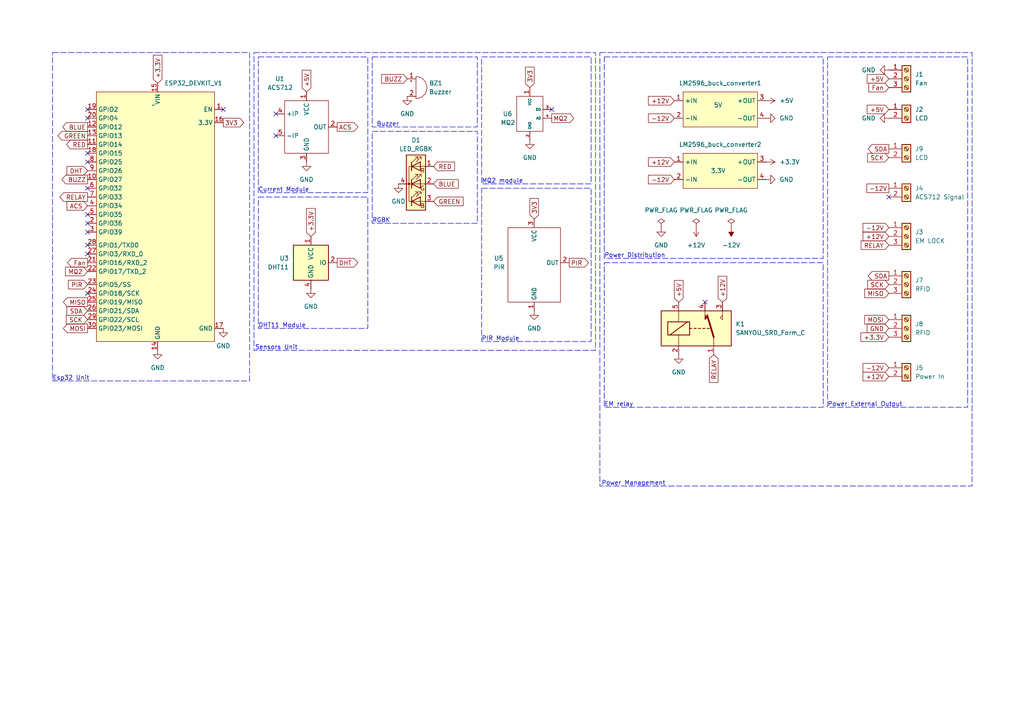
<source format=kicad_sch>
(kicad_sch (version 20230121) (generator eeschema)
  (paper "A4")
  (lib_symbols
    (symbol "Buck_coverter:DC-DC_LM2596_BUCK"
      (property "Reference" "LM2596_buck_converter" (at 6.35 7.62 0))
      (symbol "DC-DC_LM2596_BUCK_1_1"
        (rectangle (start -5.08 5.08) (end 16.51 -5.08) (fill (type background)))
        (pin power_in line (at -7.62 2.54 0) (length 2.54) (name "+IN") (number "1"))
        (pin power_in line (at -7.62 -2.54 0) (length 2.54) (name "-IN") (number "2"))
        (pin power_out line (at 19.05 2.54 180) (length 2.54) (name "+OUT") (number "3"))
        (pin passive line (at 19.05 -2.54 180) (length 2.54) (name "-OUT") (number "4"))
      )
    )
    (symbol "Connector:Screw_Terminal_01x02" (pin_names (offset 1.016) hide)
      (property "Reference" "J" (at 0 2.54 0))
      (property "Value" "Screw_Terminal_01x02" (at 0 -5.08 0))
      (symbol "Screw_Terminal_01x02_1_1"
        (rectangle (start -1.27 1.27) (end 1.27 -3.81) (stroke (width 0.254)) (fill (type background)))
        (circle (center 0 -2.54) (radius 0.635) (stroke (width 0.1524)))
        (polyline (pts (xy -0.5334 -2.2098) (xy 0.3302 -3.048)) (stroke (width 0.1524)))
        (polyline (pts (xy -0.5334 0.3302) (xy 0.3302 -0.508)) (stroke (width 0.1524)))
        (polyline (pts (xy -0.3556 -2.032) (xy 0.508 -2.8702)) (stroke (width 0.1524)))
        (polyline (pts (xy -0.3556 0.508) (xy 0.508 -0.3302)) (stroke (width 0.1524)))
        (circle (center 0 0) (radius 0.635) (stroke (width 0.1524)))
        (pin passive line (at -5.08 0 0) (length 3.81) (name "Pin_1") (number "1"))
        (pin passive line (at -5.08 -2.54 0) (length 3.81) (name "Pin_2") (number "2"))
      )
    )
    (symbol "Connector:Screw_Terminal_01x03" (pin_names (offset 1.016) hide)
      (property "Reference" "J" (at 0 5.08 0))
      (property "Value" "Screw_Terminal_01x03" (at 0 -5.08 0))
      (symbol "Screw_Terminal_01x03_1_1"
        (rectangle (start -1.27 3.81) (end 1.27 -3.81) (stroke (width 0.254)) (fill (type background)))
        (circle (center 0 -2.54) (radius 0.635) (stroke (width 0.1524)))
        (polyline (pts (xy -0.5334 -2.2098) (xy 0.3302 -3.048)) (stroke (width 0.1524)))
        (polyline (pts (xy -0.5334 0.3302) (xy 0.3302 -0.508)) (stroke (width 0.1524)))
        (polyline (pts (xy -0.5334 2.8702) (xy 0.3302 2.032)) (stroke (width 0.1524)))
        (polyline (pts (xy -0.3556 -2.032) (xy 0.508 -2.8702)) (stroke (width 0.1524)))
        (polyline (pts (xy -0.3556 0.508) (xy 0.508 -0.3302)) (stroke (width 0.1524)))
        (polyline (pts (xy -0.3556 3.048) (xy 0.508 2.2098)) (stroke (width 0.1524)))
        (circle (center 0 0) (radius 0.635) (stroke (width 0.1524)))
        (circle (center 0 2.54) (radius 0.635) (stroke (width 0.1524)))
        (pin passive line (at -5.08 2.54 0) (length 3.81) (name "Pin_1") (number "1"))
        (pin passive line (at -5.08 0 0) (length 3.81) (name "Pin_2") (number "2"))
        (pin passive line (at -5.08 -2.54 0) (length 3.81) (name "Pin_3") (number "3"))
      )
    )
    (symbol "Device:Buzzer" (pin_names (offset 0.0254) hide)
      (property "Reference" "BZ" (at 3.81 1.27 0))
      (property "Value" "Buzzer" (at 3.81 -1.27 0))
      (symbol "Buzzer_0_1"
        (arc (start 0 -3.175) (mid 3.1612 0) (end 0 3.175))
        (polyline (pts (xy -1.651 1.905) (xy -1.143 1.905)))
        (polyline (pts (xy -1.397 2.159) (xy -1.397 1.651)))
        (polyline (pts (xy 0 3.175) (xy 0 -3.175)))
      )
      (symbol "Buzzer_1_1"
        (pin passive line (at -2.54 2.54 0) (length 2.54) (name "-") (number "1"))
        (pin passive line (at -2.54 -2.54 0) (length 2.54) (name "+") (number "2"))
      )
    )
    (symbol "Device:LED_RGBK" (pin_names (offset 0) hide)
      (property "Reference" "D" (at 0 9.398 0))
      (property "Value" "LED_RGBK" (at 0 -8.89 0))
      (symbol "LED_RGBK_0_0"
        (text "B" (at 1.905 -6.35 0) (effects (font (size 1.27 1.27))))
        (text "G" (at 1.905 -1.27 0) (effects (font (size 1.27 1.27))))
        (text "R" (at 1.905 3.81 0) (effects (font (size 1.27 1.27))))
      )
      (symbol "LED_RGBK_0_1"
        (circle (center -2.032 0) (radius 0.254) (fill (type outline)))
        (polyline (pts (xy -1.27 -5.08) (xy 1.27 -5.08)))
        (polyline (pts (xy -1.27 -3.81) (xy -1.27 -6.35)) (stroke (width 0.254)))
        (polyline (pts (xy -1.27 0) (xy -2.54 0)))
        (polyline (pts (xy -1.27 1.27) (xy -1.27 -1.27)) (stroke (width 0.254)))
        (polyline (pts (xy -1.27 5.08) (xy 1.27 5.08)))
        (polyline (pts (xy -1.27 6.35) (xy -1.27 3.81)) (stroke (width 0.254)))
        (polyline (pts (xy 1.27 -5.08) (xy 2.54 -5.08)))
        (polyline (pts (xy 1.27 0) (xy -1.27 0)))
        (polyline (pts (xy 1.27 0) (xy 2.54 0)))
        (polyline (pts (xy 1.27 5.08) (xy 2.54 5.08)))
        (polyline (pts (xy -1.27 1.27) (xy -1.27 -1.27) (xy -1.27 -1.27)))
        (polyline (pts (xy -1.27 6.35) (xy -1.27 3.81) (xy -1.27 3.81)))
        (polyline (pts (xy -1.27 5.08) (xy -2.032 5.08) (xy -2.032 -5.08) (xy -1.016 -5.08)))
        (polyline (pts (xy 1.27 -3.81) (xy 1.27 -6.35) (xy -1.27 -5.08) (xy 1.27 -3.81)) (stroke (width 0.254)))
        (polyline (pts (xy 1.27 1.27) (xy 1.27 -1.27) (xy -1.27 0) (xy 1.27 1.27)) (stroke (width 0.254)))
        (polyline (pts (xy 1.27 6.35) (xy 1.27 3.81) (xy -1.27 5.08) (xy 1.27 6.35)) (stroke (width 0.254)))
        (polyline (pts (xy -1.016 -3.81) (xy 0.508 -2.286) (xy -0.254 -2.286) (xy 0.508 -2.286) (xy 0.508 -3.048)))
        (polyline (pts (xy -1.016 1.27) (xy 0.508 2.794) (xy -0.254 2.794) (xy 0.508 2.794) (xy 0.508 2.032)))
        (polyline (pts (xy -1.016 6.35) (xy 0.508 7.874) (xy -0.254 7.874) (xy 0.508 7.874) (xy 0.508 7.112)))
        (polyline (pts (xy 0 -3.81) (xy 1.524 -2.286) (xy 0.762 -2.286) (xy 1.524 -2.286) (xy 1.524 -3.048)))
        (polyline (pts (xy 0 1.27) (xy 1.524 2.794) (xy 0.762 2.794) (xy 1.524 2.794) (xy 1.524 2.032)))
        (polyline (pts (xy 0 6.35) (xy 1.524 7.874) (xy 0.762 7.874) (xy 1.524 7.874) (xy 1.524 7.112)))
        (rectangle (start 1.27 -1.27) (end 1.27 1.27))
        (rectangle (start 1.27 1.27) (end 1.27 1.27))
        (rectangle (start 1.27 3.81) (end 1.27 6.35))
        (rectangle (start 1.27 6.35) (end 1.27 6.35))
        (rectangle (start 2.794 8.382) (end -2.794 -7.62) (stroke (width 0.254)) (fill (type background)))
      )
      (symbol "LED_RGBK_1_1"
        (pin passive line (at 5.08 5.08 180) (length 2.54) (name "RA") (number "1"))
        (pin passive line (at 5.08 0 180) (length 2.54) (name "GA") (number "2"))
        (pin passive line (at 5.08 -5.08 180) (length 2.54) (name "BA") (number "3"))
        (pin passive line (at -5.08 0 0) (length 2.54) (name "K") (number "4"))
      )
    )
    (symbol "MCU_DOIT_ESP32:ESP32_DEVKIT_V1"
      (property "Reference" "ESP32_DEVKIT_V1" (at -15.24 6.35 0))
      (symbol "ESP32_DEVKIT_V1_1_1"
        (rectangle (start -17.78 3.81) (end 16.51 -68.58) (fill (type background)))
        (pin power_in line (at 19.05 -1.27 180) (length 2.54) (name "EN") (number "1"))
        (pin bidirectional line (at -20.32 -21.59 0) (length 2.54) (name "GPIO27") (number "10"))
        (pin bidirectional line (at -20.32 -11.43 0) (length 2.54) (name "GPIO14") (number "11"))
        (pin bidirectional line (at -20.32 -6.35 0) (length 2.54) (name "GPIO12") (number "12"))
        (pin bidirectional line (at -20.32 -8.89 0) (length 2.54) (name "GPIO13") (number "13"))
        (pin power_in line (at 0 -71.12 90) (length 2.54) (name "GND") (number "14"))
        (pin power_in line (at 0 6.35 270) (length 2.54) (name "VIN") (number "15"))
        (pin power_out line (at 19.05 -5.08 180) (length 2.54) (name "3.3V") (number "16"))
        (pin power_in line (at 19.05 -64.77 180) (length 2.54) (name "GND") (number "17"))
        (pin bidirectional line (at -20.32 -13.97 0) (length 2.54) (name "GPIO15") (number "18"))
        (pin bidirectional line (at -20.32 -1.27 0) (length 2.54) (name "GPIO2") (number "19"))
        (pin bidirectional line (at -20.32 -34.29 0) (length 2.54) (name "GPIO36") (number "2"))
        (pin bidirectional line (at -20.32 -3.81 0) (length 2.54) (name "GPIO4") (number "20"))
        (pin bidirectional line (at -20.32 -45.72 0) (length 2.54) (name "GPIO16/RXD_2") (number "21"))
        (pin bidirectional line (at -20.32 -48.26 0) (length 2.54) (name "GPIO17/TXD_2") (number "22"))
        (pin bidirectional line (at -20.32 -52.07 0) (length 2.54) (name "GPIO5/SS") (number "23"))
        (pin bidirectional line (at -20.32 -54.61 0) (length 2.54) (name "GPIO18/SCK") (number "24"))
        (pin bidirectional line (at -20.32 -57.15 0) (length 2.54) (name "GPIO19/MISO") (number "25"))
        (pin bidirectional line (at -20.32 -59.69 0) (length 2.54) (name "GPIO21/SDA") (number "26"))
        (pin bidirectional line (at -20.32 -43.18 0) (length 2.54) (name "GPIO3/RXD_0") (number "27"))
        (pin bidirectional line (at -20.32 -40.64 0) (length 2.54) (name "GPIO1/TXD0") (number "28"))
        (pin bidirectional line (at -20.32 -62.23 0) (length 2.54) (name "GPIO22/SCL") (number "29"))
        (pin bidirectional line (at -20.32 -36.83 0) (length 2.54) (name "GPIO39") (number "3"))
        (pin bidirectional line (at -20.32 -64.77 0) (length 2.54) (name "GPIO23/MOSI") (number "30"))
        (pin bidirectional line (at -20.32 -29.21 0) (length 2.54) (name "GPIO34") (number "4"))
        (pin bidirectional line (at -20.32 -31.75 0) (length 2.54) (name "GPIO35") (number "5"))
        (pin bidirectional line (at -20.32 -24.13 0) (length 2.54) (name "GPIO32") (number "6"))
        (pin bidirectional line (at -20.32 -26.67 0) (length 2.54) (name "GPIO33") (number "7"))
        (pin bidirectional line (at -20.32 -16.51 0) (length 2.54) (name "GPIO25") (number "8"))
        (pin bidirectional line (at -20.32 -19.05 0) (length 2.54) (name "GPIO26") (number "9"))
      )
    )
    (symbol "Relay:SANYOU_SRD_Form_C"
      (property "Reference" "K" (at 11.43 3.81 0))
      (property "Value" "SANYOU_SRD_Form_C" (at 11.43 1.27 0))
      (symbol "SANYOU_SRD_Form_C_0_0"
        (polyline (pts (xy 7.62 5.08) (xy 7.62 2.54) (xy 6.985 3.175) (xy 7.62 3.81)))
      )
      (symbol "SANYOU_SRD_Form_C_0_1"
        (rectangle (start -10.16 5.08) (end 10.16 -5.08) (stroke (width 0.254)) (fill (type background)))
        (rectangle (start -8.255 1.905) (end -1.905 -1.905) (stroke (width 0.254)))
        (polyline (pts (xy -7.62 -1.905) (xy -2.54 1.905)) (stroke (width 0.254)))
        (polyline (pts (xy -5.08 -5.08) (xy -5.08 -1.905)))
        (polyline (pts (xy -5.08 5.08) (xy -5.08 1.905)))
        (polyline (pts (xy -1.905 0) (xy -1.27 0)) (stroke (width 0.254)))
        (polyline (pts (xy -0.635 0) (xy 0 0)) (stroke (width 0.254)))
        (polyline (pts (xy 0.635 0) (xy 1.27 0)) (stroke (width 0.254)))
        (polyline (pts (xy 1.905 0) (xy 2.54 0)) (stroke (width 0.254)))
        (polyline (pts (xy 3.175 0) (xy 3.81 0)) (stroke (width 0.254)))
        (polyline (pts (xy 5.08 -2.54) (xy 3.175 3.81)) (stroke (width 0.508)))
        (polyline (pts (xy 5.08 -2.54) (xy 5.08 -5.08)))
      )
      (symbol "SANYOU_SRD_Form_C_1_1"
        (polyline (pts (xy 2.54 3.81) (xy 3.175 3.175) (xy 2.54 2.54) (xy 2.54 5.08)) (fill (type outline)))
        (pin passive line (at 5.08 -7.62 90) (length 2.54) (name "~") (number "1"))
        (pin passive line (at -5.08 -7.62 90) (length 2.54) (name "~") (number "2"))
        (pin passive line (at 7.62 7.62 270) (length 2.54) (name "~") (number "3"))
        (pin passive line (at 2.54 7.62 270) (length 2.54) (name "~") (number "4"))
        (pin passive line (at -5.08 7.62 270) (length 2.54) (name "~") (number "5"))
      )
    )
    (symbol "Sensor:DHT11"
      (property "Reference" "U" (at -3.81 6.35 0))
      (property "Value" "DHT11" (at 3.81 6.35 0))
      (symbol "DHT11_0_1"
        (rectangle (start -5.08 5.08) (end 5.08 -5.08) (stroke (width 0.254)) (fill (type background)))
      )
      (symbol "DHT11_1_1"
        (pin power_in line (at 0 7.62 270) (length 2.54) (name "VCC") (number "1"))
        (pin bidirectional line (at 7.62 0 180) (length 2.54) (name "IO") (number "2"))
        (pin no_connect line (at -5.08 0 0) (length 2.54) hide (name "NC") (number "3"))
        (pin power_in line (at 0 -7.62 90) (length 2.54) (name "GND") (number "4"))
      )
    )
    (symbol "Sensor_Current_module:ACS712_5B"
      (property "Reference" "U" (at 0 5.08 0))
      (symbol "ACS712_5B_0_1"
        (rectangle (start 0 0) (end 12.7 -15.24))
      )
      (symbol "ACS712_5B_1_1"
        (pin power_in line (at 6.35 2.54 270) (length 2.54) (name "VCC") (number "1"))
        (pin output line (at 15.24 -7.62 180) (length 2.54) (name "OUT") (number "2"))
        (pin power_in line (at 6.35 -17.78 90) (length 2.54) (name "GND") (number "3"))
        (pin power_out line (at -2.54 -3.81 0) (length 2.54) (name "+IP") (number "4"))
        (pin power_out line (at -2.54 -10.16 0) (length 2.54) (name "-IP") (number "5"))
      )
    )
    (symbol "Sensors_Gas:MQ2"
      (property "Reference" "MQ2" (at -3.81 5.08 0))
      (symbol "MQ2_0_1"
        (rectangle (start -2.54 2.54) (end 5.08 -7.62))
      )
      (symbol "MQ2_1_1"
        (pin power_in line (at 1.27 5.08 270) (length 2.54) (name "VCC") (number "1"))
        (pin power_in line (at 1.27 -10.16 90) (length 2.54) (name "GND") (number "2"))
        (pin output line (at 7.62 -1.27 180) (length 2.54) (name "DO") (number "3"))
        (pin output line (at 7.62 -3.81 180) (length 2.54) (name "AO") (number "4"))
      )
    )
    (symbol "Sensors_Motion_PIR:HC_SR501_PIR"
      (property "Reference" "U" (at -5.08 5.08 0))
      (symbol "HC_SR501_PIR_0_1"
        (rectangle (start -3.81 0) (end 11.43 -21.59))
      )
      (symbol "HC_SR501_PIR_1_1"
        (pin power_in line (at 3.81 -24.13 90) (length 2.54) (name "GND") (number "1"))
        (pin output line (at 13.97 -10.16 180) (length 2.54) (name "OUT") (number "2"))
        (pin power_in line (at 3.81 2.54 270) (length 2.54) (name "VCC") (number "3"))
      )
    )
    (symbol "power:+12V" (power) (pin_names (offset 0))
      (property "Value" "+12V" (at 0 3.556 0))
      (symbol "+12V_0_1"
        (polyline (pts (xy -0.762 1.27) (xy 0 2.54)))
        (polyline (pts (xy 0 0) (xy 0 2.54)))
        (polyline (pts (xy 0 2.54) (xy 0.762 1.27)))
      )
      (symbol "+12V_1_1"
        (pin power_in line (at 0 0 90) (length 0) hide (name "+12V") (number "1"))
      )
    )
    (symbol "power:+3.3V" (power) (pin_names (offset 0))
      (property "Value" "+3.3V" (at 0 3.556 0))
      (symbol "+3.3V_0_1"
        (polyline (pts (xy -0.762 1.27) (xy 0 2.54)))
        (polyline (pts (xy 0 0) (xy 0 2.54)))
        (polyline (pts (xy 0 2.54) (xy 0.762 1.27)))
      )
      (symbol "+3.3V_1_1"
        (pin power_in line (at 0 0 90) (length 0) hide (name "+3.3V") (number "1"))
      )
    )
    (symbol "power:+5V" (power) (pin_names (offset 0))
      (property "Value" "+5V" (at 0 3.556 0))
      (symbol "+5V_0_1"
        (polyline (pts (xy -0.762 1.27) (xy 0 2.54)))
        (polyline (pts (xy 0 0) (xy 0 2.54)))
        (polyline (pts (xy 0 2.54) (xy 0.762 1.27)))
      )
      (symbol "+5V_1_1"
        (pin power_in line (at 0 0 90) (length 0) hide (name "+5V") (number "1"))
      )
    )
    (symbol "power:-12V" (power) (pin_names (offset 0))
      (property "Value" "-12V" (at 0 3.81 0))
      (symbol "-12V_0_0"
        (pin power_in line (at 0 0 90) (length 0) hide (name "-12V") (number "1"))
      )
      (symbol "-12V_0_1"
        (polyline (pts (xy 0 0) (xy 0 1.27) (xy 0.762 1.27) (xy 0 2.54) (xy -0.762 1.27) (xy 0 1.27)) (fill (type outline)))
      )
    )
    (symbol "power:GND" (power) (pin_names (offset 0))
      (property "Value" "GND" (at 0 -3.81 0))
      (symbol "GND_0_1"
        (polyline (pts (xy 0 0) (xy 0 -1.27) (xy 1.27 -1.27) (xy 0 -2.54) (xy -1.27 -1.27) (xy 0 -1.27)))
      )
      (symbol "GND_1_1"
        (pin power_in line (at 0 0 270) (length 0) hide (name "GND") (number "1"))
      )
    )
    (symbol "power:PWR_FLAG" (power) (pin_numbers hide) (pin_names (offset 0) hide)
      (property "Value" "PWR_FLAG" (at 0 3.81 0))
      (symbol "PWR_FLAG_0_0"
        (pin power_out line (at 0 0 90) (length 0) (name "pwr") (number "1"))
      )
      (symbol "PWR_FLAG_0_1"
        (polyline (pts (xy 0 0) (xy 0 1.27) (xy -1.016 1.905) (xy 0 2.54) (xy 1.016 1.905) (xy 0 1.27)))
      )
    )
  )
  (no_connect (at 25.4 34.29))
  (no_connect (at 25.4 54.61))
  (no_connect (at 25.4 85.09))
  (no_connect (at 80.01 33.02))
  (no_connect (at 64.77 31.75))
  (no_connect (at 160.02 31.75))
  (no_connect (at 80.01 39.37))
  (no_connect (at 25.4 31.75))
  (no_connect (at 25.4 62.23))
  (no_connect (at 25.4 67.31))
  (no_connect (at 25.4 46.99))
  (no_connect (at 25.4 64.77))
  (no_connect (at 25.4 73.66))
  (no_connect (at 204.47 87.63))
  (no_connect (at 257.81 57.15))
  (no_connect (at 25.4 71.12))
  (no_connect (at 25.4 44.45))
  (rectangle (start 73.66 15.24) (end 172.72 101.6) (stroke (width 0) (type dash)))
  (rectangle (start 240.03 16.51) (end 280.67 118.11) (stroke (width 0) (type dash)))
  (rectangle (start 74.93 16.51) (end 106.68 55.88) (stroke (width 0) (type dash)))
  (rectangle (start 139.7 16.51) (end 171.45 53.34) (stroke (width 0) (type dash)))
  (rectangle (start 175.26 76.2) (end 238.76 118.11) (stroke (width 0) (type dash)))
  (rectangle (start 107.95 38.1) (end 138.43 64.77) (stroke (width 0) (type dash)))
  (rectangle (start 15.24 15.24) (end 72.39 110.49) (stroke (width 0) (type dash)))
  (rectangle (start 139.7 54.61) (end 171.45 99.06) (stroke (width 0) (type dash)))
  (rectangle (start 74.93 57.15) (end 106.68 95.25) (stroke (width 0) (type dash)))
  (rectangle (start 173.99 15.24) (end 281.94 140.97) (stroke (width 0) (type dash)))
  (rectangle (start 175.26 16.51) (end 238.76 74.93) (stroke (width 0) (type dash)))
  (rectangle (start 107.95 16.51) (end 138.43 36.83) (stroke (width 0) (type dash)))
  (text "PIR Module" (at 139.7 99.06 0) (effects (font (size 1.27 1.27)) (justify left bottom)))
  (text "DHT11 Module" (at 74.93 95.25 0) (effects (font (size 1.27 1.27)) (justify left bottom)))
  (text "Sensors Unit" (at 86.36 101.6 0) (effects (font (size 1.27 1.27)) (justify right bottom)))
  (text "MQ2 module" (at 139.7 53.34 0) (effects (font (size 1.27 1.27)) (justify left bottom)))
  (text "Current Module" (at 74.93 55.88 0) (effects (font (size 1.27 1.27)) (justify left bottom)))
  (text "Esp32 Unit" (at 15.24 110.49 0) (effects (font (size 1.27 1.27)) (justify left bottom)))
  (text "Power External Output" (at 240.03 118.11 0) (effects (font (size 1.27 1.27)) (justify left bottom)))
  (text "RGBK" (at 107.95 64.77 0) (effects (font (size 1.27 1.27)) (justify left bottom)))
  (text "Power Distribution\n" (at 175.26 74.93 0) (effects (font (size 1.27 1.27)) (justify left bottom)))
  (text "Buzzer" (at 109.22 36.83 0) (effects (font (size 1.27 1.27)) (justify left bottom)))
  (text "Power Management" (at 193.04 140.97 0) (effects (font (size 1.27 1.27)) (justify right bottom)))
  (text "EM relay" (at 175.26 118.11 0) (effects (font (size 1.27 1.27)) (justify left bottom)))
  (global_label "RELAY" (shape input) (at 207.01 102.87 270) (property "Intersheetrefs" "${INTERSHEET_REFS}" (effects hide)))
  (global_label "3V3" (shape input) (at 154.94 63.5 90) (property "Intersheetrefs" "${INTERSHEET_REFS}" (effects hide)))
  (global_label "RELAY" (shape output) (at 25.4 57.15 180) (property "Intersheetrefs" "${INTERSHEET_REFS}" (effects hide)))
  (global_label "3V3" (shape output) (at 64.77 35.56 0) (property "Intersheetrefs" "${INTERSHEET_REFS}" (effects hide)))
  (global_label "+5V" (shape input) (at 196.85 87.63 90) (property "Intersheetrefs" "${INTERSHEET_REFS}" (effects hide)))
  (global_label "+3.3V" (shape input) (at 45.72 24.13 90) (property "Intersheetrefs" "${INTERSHEET_REFS}" (effects hide)))
  (global_label "+5V" (shape input) (at 257.81 22.86 180) (property "Intersheetrefs" "${INTERSHEET_REFS}" (effects hide)))
  (global_label "SDA" (shape output) (at 257.81 80.01 180) (property "Intersheetrefs" "${INTERSHEET_REFS}" (effects hide)))
  (global_label "RED" (shape input) (at 125.73 48.26 0) (property "Intersheetrefs" "${INTERSHEET_REFS}" (effects hide)))
  (global_label "+12V" (shape input) (at 195.58 46.99 180) (property "Intersheetrefs" "${INTERSHEET_REFS}" (effects hide)))
  (global_label "MISO" (shape output) (at 25.4 87.63 180) (property "Intersheetrefs" "${INTERSHEET_REFS}" (effects hide)))
  (global_label "PIR" (shape output) (at 165.1 76.2 0) (property "Intersheetrefs" "${INTERSHEET_REFS}" (effects hide)))
  (global_label "Fan" (shape output) (at 25.4 76.2 180) (property "Intersheetrefs" "${INTERSHEET_REFS}" (effects hide)))
  (global_label "GND" (shape input) (at 257.81 95.25 180) (property "Intersheetrefs" "${INTERSHEET_REFS}" (effects hide)))
  (global_label "BLUE" (shape output) (at 25.4 36.83 180) (property "Intersheetrefs" "${INTERSHEET_REFS}" (effects hide)))
  (global_label "DHT" (shape input) (at 25.4 49.53 180) (property "Intersheetrefs" "${INTERSHEET_REFS}" (effects hide)))
  (global_label "MQ2" (shape output) (at 160.02 34.29 0) (property "Intersheetrefs" "${INTERSHEET_REFS}" (effects hide)))
  (global_label "Fan" (shape input) (at 257.81 25.4 180) (property "Intersheetrefs" "${INTERSHEET_REFS}" (effects hide)))
  (global_label "SDA" (shape input) (at 25.4 90.17 180) (property "Intersheetrefs" "${INTERSHEET_REFS}" (effects hide)))
  (global_label "+5V" (shape input) (at 88.9 26.67 90) (property "Intersheetrefs" "${INTERSHEET_REFS}" (effects hide)))
  (global_label "DHT" (shape output) (at 97.79 76.2 0) (property "Intersheetrefs" "${INTERSHEET_REFS}" (effects hide)))
  (global_label "+3.3V" (shape input) (at 90.17 68.58 90) (property "Intersheetrefs" "${INTERSHEET_REFS}" (effects hide)))
  (global_label "SCK" (shape input) (at 257.81 45.72 180) (property "Intersheetrefs" "${INTERSHEET_REFS}" (effects hide)))
  (global_label "RED" (shape output) (at 25.4 41.91 180) (property "Intersheetrefs" "${INTERSHEET_REFS}" (effects hide)))
  (global_label "GREEN" (shape input) (at 125.73 58.42 0) (property "Intersheetrefs" "${INTERSHEET_REFS}" (effects hide)))
  (global_label "-12V" (shape input) (at 195.58 52.07 180) (property "Intersheetrefs" "${INTERSHEET_REFS}" (effects hide)))
  (global_label "-12V" (shape passive) (at 257.81 54.61 180) (property "Intersheetrefs" "${INTERSHEET_REFS}" (effects hide)))
  (global_label "MOSI" (shape input) (at 257.81 92.71 180) (property "Intersheetrefs" "${INTERSHEET_REFS}" (effects hide)))
  (global_label "-12V" (shape input) (at 257.81 106.68 180) (property "Intersheetrefs" "${INTERSHEET_REFS}" (effects hide)))
  (global_label "ACS" (shape output) (at 97.79 36.83 0) (property "Intersheetrefs" "${INTERSHEET_REFS}" (effects hide)))
  (global_label "+12V" (shape input) (at 257.81 68.58 180) (property "Intersheetrefs" "${INTERSHEET_REFS}" (effects hide)))
  (global_label "MISO" (shape input) (at 257.81 85.09 180) (property "Intersheetrefs" "${INTERSHEET_REFS}" (effects hide)))
  (global_label "GREEN" (shape output) (at 25.4 39.37 180) (property "Intersheetrefs" "${INTERSHEET_REFS}" (effects hide)))
  (global_label "BUZZ" (shape input) (at 118.11 22.86 180) (property "Intersheetrefs" "${INTERSHEET_REFS}" (effects hide)))
  (global_label "-12V" (shape input) (at 195.58 34.29 180) (property "Intersheetrefs" "${INTERSHEET_REFS}" (effects hide)))
  (global_label "BLUE" (shape input) (at 125.73 53.34 0) (property "Intersheetrefs" "${INTERSHEET_REFS}" (effects hide)))
  (global_label "MOSI" (shape output) (at 25.4 95.25 180) (property "Intersheetrefs" "${INTERSHEET_REFS}" (effects hide)))
  (global_label "SCK" (shape input) (at 25.4 92.71 180) (property "Intersheetrefs" "${INTERSHEET_REFS}" (effects hide)))
  (global_label "SDA" (shape output) (at 257.81 43.18 180) (property "Intersheetrefs" "${INTERSHEET_REFS}" (effects hide)))
  (global_label "+12V" (shape input) (at 209.55 87.63 90) (property "Intersheetrefs" "${INTERSHEET_REFS}" (effects hide)))
  (global_label "ACS" (shape input) (at 25.4 59.69 180) (property "Intersheetrefs" "${INTERSHEET_REFS}" (effects hide)))
  (global_label "RELAY" (shape input) (at 257.81 71.12 180) (property "Intersheetrefs" "${INTERSHEET_REFS}" (effects hide)))
  (global_label "+12V" (shape input) (at 195.58 29.21 180) (property "Intersheetrefs" "${INTERSHEET_REFS}" (effects hide)))
  (global_label "+3.3V" (shape input) (at 257.81 97.79 180) (property "Intersheetrefs" "${INTERSHEET_REFS}" (effects hide)))
  (global_label "PIR" (shape input) (at 25.4 82.55 180) (property "Intersheetrefs" "${INTERSHEET_REFS}" (effects hide)))
  (global_label "3V3" (shape input) (at 153.67 25.4 90) (property "Intersheetrefs" "${INTERSHEET_REFS}" (effects hide)))
  (global_label "BUZZ" (shape output) (at 25.4 52.07 180) (property "Intersheetrefs" "${INTERSHEET_REFS}" (effects hide)))
  (global_label "MQ2" (shape input) (at 25.4 78.74 180) (property "Intersheetrefs" "${INTERSHEET_REFS}" (effects hide)))
  (global_label "SCK" (shape input) (at 257.81 82.55 180) (property "Intersheetrefs" "${INTERSHEET_REFS}" (effects hide)))
  (global_label "-12V" (shape input) (at 257.81 66.04 180) (property "Intersheetrefs" "${INTERSHEET_REFS}" (effects hide)))
  (global_label "+12V" (shape input) (at 257.81 109.22 180) (property "Intersheetrefs" "${INTERSHEET_REFS}" (effects hide)))
  (global_label "+5V" (shape input) (at 257.81 31.75 180) (property "Intersheetrefs" "${INTERSHEET_REFS}" (effects hide)))
  (symbol (lib_id "power:GND") (at 115.57 53.34 0) (unit 1)
    (property "Reference" "#PWR010" (effects hide))
    (property "Value" "GND" (at 115.57 58.42 0))
  )
  (symbol (lib_id "power:+3.3V") (at 222.25 46.99 270) (unit 1)
    (property "Reference" "#PWR06" (effects hide))
    (property "Value" "+3.3V" (at 226.06 46.99 90) (effects (justify left)))
  )
  (symbol (lib_id "power:+5V") (at 222.25 29.21 270) (unit 1)
    (property "Reference" "#PWR05" (effects hide))
    (property "Value" "+5V" (at 226.06 29.21 90) (effects (justify left)))
  )
  (symbol (lib_id "power:PWR_FLAG") (at 201.93 66.04 0) (unit 1)
    (property "Reference" "#FLG04" (effects hide))
    (property "Value" "PWR_FLAG" (at 201.93 60.96 0))
  )
  (symbol (lib_id "power:-12V") (at 212.09 66.04 180) (unit 1)
    (property "Reference" "#PWR01" (effects hide))
    (property "Value" "-12V" (at 212.09 71.12 0))
  )
  (symbol (lib_id "Connector:Screw_Terminal_01x03") (at 262.89 22.86 0) (unit 1)
    (property "Reference" "J1" (at 265.43 21.59 0) (effects (justify left)))
    (property "Value" "Fan" (at 265.43 24.13 0) (effects (justify left)))
    (property "Footprint" "TerminalBlock:TerminalBlock_Altech_AK300-3_P5.00mm" (effects hide))
  )
  (symbol (lib_id "power:GND") (at 257.81 20.32 270) (unit 1)
    (property "Reference" "#PWR02" (effects hide))
    (property "Value" "GND" (at 254 20.32 90) (effects (justify right)))
  )
  (symbol (lib_id "power:GND") (at 154.94 90.17 0) (unit 1)
    (property "Reference" "#PWR09" (effects hide))
    (property "Value" "GND" (at 154.94 95.25 0))
  )
  (symbol (lib_id "Connector:Screw_Terminal_01x02") (at 262.89 54.61 0) (unit 1)
    (property "Reference" "J4" (at 265.43 54.61 0) (effects (justify left)))
    (property "Value" "ACS712 Signal" (at 265.43 57.15 0) (effects (justify left)))
    (property "Footprint" "TerminalBlock:TerminalBlock_Altech_AK300-2_P5.00mm" (effects hide))
  )
  (symbol (lib_id "power:PWR_FLAG") (at 191.77 66.04 0) (unit 1)
    (property "Reference" "#FLG03" (effects hide))
    (property "Value" "PWR_FLAG" (at 191.77 60.96 0))
  )
  (symbol (lib_id "power:GND") (at 196.85 102.87 0) (unit 1)
    (property "Reference" "#PWR018" (effects hide))
    (property "Value" "GND" (at 196.85 107.95 0))
  )
  (symbol (lib_id "Sensors_Gas:MQ2") (at 152.4 30.48 0) (unit 1)
    (property "Reference" "U6" (at 148.59 33.02 0) (effects (justify right)))
    (property "Value" "MQ2" (at 147.32 35.56 0))
    (property "Footprint" "Sensor_Gas:MQ2" (effects hide))
    (property "Datasheet" "https://www.pololu.com/file/0J309/MQ2.pdf" (effects hide))
  )
  (symbol (lib_id "Connector:Screw_Terminal_01x02") (at 262.89 106.68 0) (unit 1)
    (property "Reference" "J5" (at 265.43 106.68 0) (effects (justify left)))
    (property "Value" "Power In" (at 265.43 109.22 0) (effects (justify left)))
    (property "Footprint" "TerminalBlock:TerminalBlock_Altech_AK300-2_P5.00mm" (effects hide))
  )
  (symbol (lib_id "Connector:Screw_Terminal_01x02") (at 262.89 43.18 0) (unit 1)
    (property "Reference" "J9" (at 265.43 43.18 0) (effects (justify left)))
    (property "Value" "LCD " (at 265.43 45.72 0) (effects (justify left)))
    (property "Footprint" "TerminalBlock:TerminalBlock_Altech_AK300-2_P5.00mm" (effects hide))
  )
  (symbol (lib_id "Sensor_Current_module:ACS712_5B") (at 82.55 29.21 0) (unit 1)
    (property "Reference" "U1" (at 82.55 22.86 0) (effects (justify right)))
    (property "Value" "ACS712" (at 81.28 25.4 0))
    (property "Footprint" "Sensor_Current:ACS712_5B" (effects hide))
  )
  (symbol (lib_id "power:+12V") (at 201.93 66.04 180) (unit 1)
    (property "Reference" "#PWR016" (effects hide))
    (property "Value" "+12V" (at 201.93 71.12 0))
  )
  (symbol (lib_id "Buck_coverter:DC-DC_LM2596_BUCK") (at 203.2 31.75 0) (unit 1)
    (property "Reference" "LM2596_buck_converter1" (at 208.915 24.13 0))
    (property "Value" "5V" (at 208.28 30.48 0))
    (property "Footprint" "DC-DC_Buck_Converter:LM2596_module" (effects hide))
  )
  (symbol (lib_id "Sensor:DHT11") (at 90.17 76.2 0) (unit 1)
    (property "Reference" "U3" (at 83.82 74.93 0) (effects (justify right)))
    (property "Value" "DHT11" (at 83.82 77.47 0) (effects (justify right)))
    (property "Footprint" "Sensor:Aosong_DHT11_5.5x12.0_P2.54mm" (effects hide))
    (property "Datasheet" "http://akizukidenshi.com/download/ds/aosong/DHT11.pdf" (effects hide))
  )
  (symbol (lib_id "Sensors_Motion_PIR:HC_SR501_PIR") (at 151.13 66.04 0) (unit 1)
    (property "Reference" "U5" (at 146.05 74.93 0) (effects (justify right)))
    (property "Value" "PIR" (at 144.78 77.47 0))
    (property "Footprint" "Sensor_motion_PIR:PIR_HC-S501" (effects hide))
    (property "Datasheet" "https://pdf1.alldatasheet.com/datasheet-pdf/view/1131987/ETC2/HC-SR501.html" (effects hide))
  )
  (symbol (lib_id "power:PWR_FLAG") (at 212.09 66.04 0) (unit 1)
    (property "Reference" "#FLG01" (effects hide))
    (property "Value" "PWR_FLAG" (at 212.09 60.96 0))
  )
  (symbol (lib_id "power:GND") (at 118.11 27.94 0) (unit 1)
    (property "Reference" "#PWR012" (effects hide))
    (property "Value" "GND" (at 118.11 33.02 0))
  )
  (symbol (lib_id "power:GND") (at 64.77 95.25 0) (unit 1)
    (property "Reference" "#PWR017" (effects hide))
    (property "Value" "GND" (at 64.77 100.33 0))
  )
  (symbol (lib_id "Device:Buzzer") (at 120.65 25.4 0) (unit 1)
    (property "Reference" "BZ1" (at 124.46 24.13 0) (effects (justify left)))
    (property "Value" "Buzzer" (at 124.46 26.67 0) (effects (justify left)))
    (property "Footprint" "Buzzer_Beeper:Buzzer_D14mm_H7mm_P10mm" (effects hide))
  )
  (symbol (lib_id "power:GND") (at 222.25 52.07 90) (unit 1)
    (property "Reference" "#PWR07" (effects hide))
    (property "Value" "GND" (at 226.06 52.07 90) (effects (justify right)))
  )
  (symbol (lib_id "power:GND") (at 191.77 66.04 0) (unit 1)
    (property "Reference" "#PWR011" (effects hide))
    (property "Value" "GND" (at 191.77 71.12 0))
  )
  (symbol (lib_id "power:GND") (at 90.17 83.82 0) (unit 1)
    (property "Reference" "#PWR014" (effects hide))
    (property "Value" "GND" (at 90.17 88.9 0))
  )
  (symbol (lib_id "power:GND") (at 257.81 34.29 270) (unit 1)
    (property "Reference" "#PWR03" (effects hide))
    (property "Value" "GND" (at 254 34.29 90) (effects (justify right)))
  )
  (symbol (lib_id "Connector:Screw_Terminal_01x03") (at 262.89 68.58 0) (unit 1)
    (property "Reference" "J3" (at 265.43 67.31 0) (effects (justify left)))
    (property "Value" "EM LOCK" (at 265.43 69.85 0) (effects (justify left)))
    (property "Footprint" "TerminalBlock:TerminalBlock_Altech_AK300-3_P5.00mm" (effects hide))
  )
  (symbol (lib_id "Device:LED_RGBK") (at 120.65 53.34 0) (unit 1)
    (property "Reference" "D1" (at 120.65 40.64 0))
    (property "Value" "LED_RGBK" (at 120.65 43.18 0))
    (property "Footprint" "LED_THT:LED_D5.0mm-4_RGB" (effects hide))
  )
  (symbol (lib_id "power:GND") (at 153.67 40.64 0) (unit 1)
    (property "Reference" "#PWR08" (effects hide))
    (property "Value" "GND" (at 153.67 45.72 0))
  )
  (symbol (lib_id "power:GND") (at 88.9 46.99 0) (unit 1)
    (property "Reference" "#PWR013" (effects hide))
    (property "Value" "GND" (at 88.9 52.07 0))
  )
  (symbol (lib_id "Connector:Screw_Terminal_01x03") (at 262.89 95.25 0) (unit 1)
    (property "Reference" "J8" (at 265.43 93.98 0) (effects (justify left)))
    (property "Value" "RFID" (at 265.43 96.52 0) (effects (justify left)))
    (property "Footprint" "TerminalBlock:TerminalBlock_Altech_AK300-3_P5.00mm" (effects hide))
  )
  (symbol (lib_id "Connector:Screw_Terminal_01x02") (at 262.89 31.75 0) (unit 1)
    (property "Reference" "J2" (at 265.43 31.75 0) (effects (justify left)))
    (property "Value" "LCD" (at 265.43 34.29 0) (effects (justify left)))
    (property "Footprint" "TerminalBlock:TerminalBlock_Altech_AK300-2_P5.00mm" (effects hide))
  )
  (symbol (lib_id "power:GND") (at 45.72 101.6 0) (unit 1)
    (property "Reference" "#PWR015" (effects hide))
    (property "Value" "GND" (at 45.72 106.68 0))
  )
  (symbol (lib_id "MCU_DOIT_ESP32:ESP32_DEVKIT_V1") (at 45.72 30.48 0) (unit 1)
    (property "Reference" "ESP32_DEVKIT_V1" (at 47.6759 24.13 0) (effects (justify left)))
    (property "Value" "~" (at 44.45 30.48 0))
    (property "Footprint" "esp32:MODULE_ESP32_DEVKIT_V1" (effects hide))
  )
  (symbol (lib_id "Connector:Screw_Terminal_01x03") (at 262.89 82.55 0) (unit 1)
    (property "Reference" "J7" (at 265.43 81.28 0) (effects (justify left)))
    (property "Value" "RFID" (at 265.43 83.82 0) (effects (justify left)))
    (property "Footprint" "TerminalBlock:TerminalBlock_Altech_AK300-3_P5.00mm" (effects hide))
  )
  (symbol (lib_id "Relay:SANYOU_SRD_Form_C") (at 201.93 95.25 0) (unit 1)
    (property "Reference" "K1" (at 213.36 93.98 0) (effects (justify left)))
    (property "Value" "SANYOU_SRD_Form_C" (at 213.36 96.52 0) (effects (justify left)))
    (property "Footprint" "Relay_THT:Relay_SPDT_SANYOU_SRD_Series_Form_C" (effects hide))
    (property "Datasheet" "http://www.sanyourelay.ca/public/products/pdf/SRD.pdf" (effects hide))
  )
  (symbol (lib_id "power:GND") (at 222.25 34.29 90) (unit 1)
    (property "Reference" "#PWR04" (effects hide))
    (property "Value" "GND" (at 226.06 34.29 90) (effects (justify right)))
  )
  (symbol (lib_id "Buck_coverter:DC-DC_LM2596_BUCK") (at 203.2 49.53 0) (unit 1)
    (property "Reference" "LM2596_buck_converter2" (at 208.915 41.91 0))
    (property "Value" "3.3V" (at 208.28 49.53 0))
    (property "Footprint" "DC-DC_Buck_Converter:LM2596_module" (effects hide))
  )
)
</source>
